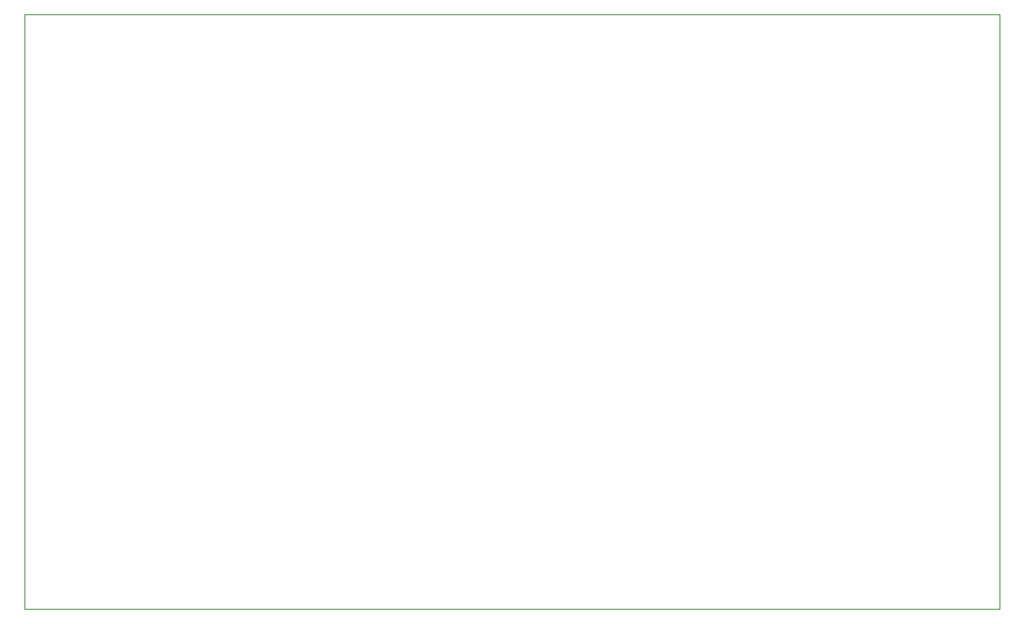
<source format=gm1>
G04 #@! TF.GenerationSoftware,KiCad,Pcbnew,(6.0.4)*
G04 #@! TF.CreationDate,2022-04-03T16:10:21-07:00*
G04 #@! TF.ProjectId,tokiponaboard,746f6b69-706f-46e6-9162-6f6172642e6b,rev?*
G04 #@! TF.SameCoordinates,Original*
G04 #@! TF.FileFunction,Profile,NP*
%FSLAX46Y46*%
G04 Gerber Fmt 4.6, Leading zero omitted, Abs format (unit mm)*
G04 Created by KiCad (PCBNEW (6.0.4)) date 2022-04-03 16:10:21*
%MOMM*%
%LPD*%
G01*
G04 APERTURE LIST*
G04 #@! TA.AperFunction,Profile*
%ADD10C,0.025400*%
G04 #@! TD*
G04 APERTURE END LIST*
D10*
X25400000Y-25400000D02*
X123190000Y-25400000D01*
X123190000Y-25400000D02*
X123190000Y-85090000D01*
X123190000Y-85090000D02*
X25400000Y-85090000D01*
X25400000Y-85090000D02*
X25400000Y-25400000D01*
M02*

</source>
